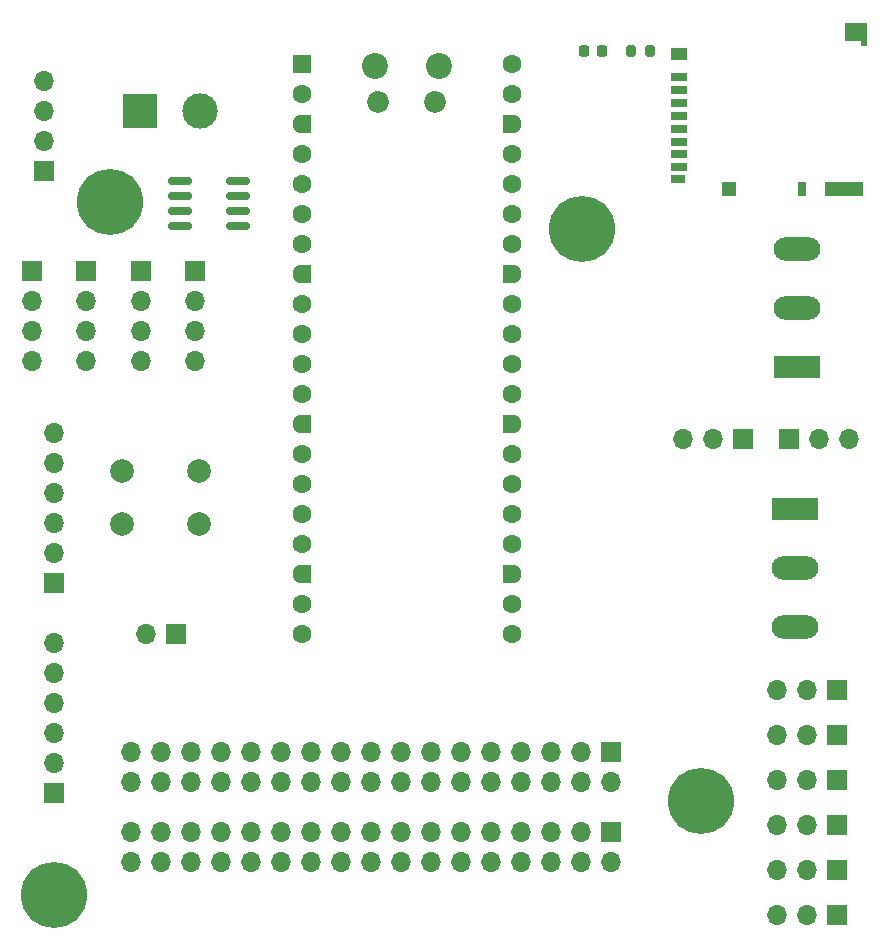
<source format=gbr>
%TF.GenerationSoftware,KiCad,Pcbnew,7.0.2*%
%TF.CreationDate,2023-05-18T15:41:40-05:00*%
%TF.ProjectId,FRC_5690_Common_PCB,4652435f-3536-4393-905f-436f6d6d6f6e,rev?*%
%TF.SameCoordinates,Original*%
%TF.FileFunction,Soldermask,Bot*%
%TF.FilePolarity,Negative*%
%FSLAX46Y46*%
G04 Gerber Fmt 4.6, Leading zero omitted, Abs format (unit mm)*
G04 Created by KiCad (PCBNEW 7.0.2) date 2023-05-18 15:41:40*
%MOMM*%
%LPD*%
G01*
G04 APERTURE LIST*
G04 Aperture macros list*
%AMRoundRect*
0 Rectangle with rounded corners*
0 $1 Rounding radius*
0 $2 $3 $4 $5 $6 $7 $8 $9 X,Y pos of 4 corners*
0 Add a 4 corners polygon primitive as box body*
4,1,4,$2,$3,$4,$5,$6,$7,$8,$9,$2,$3,0*
0 Add four circle primitives for the rounded corners*
1,1,$1+$1,$2,$3*
1,1,$1+$1,$4,$5*
1,1,$1+$1,$6,$7*
1,1,$1+$1,$8,$9*
0 Add four rect primitives between the rounded corners*
20,1,$1+$1,$2,$3,$4,$5,0*
20,1,$1+$1,$4,$5,$6,$7,0*
20,1,$1+$1,$6,$7,$8,$9,0*
20,1,$1+$1,$8,$9,$2,$3,0*%
%AMRotRect*
0 Rectangle, with rotation*
0 The origin of the aperture is its center*
0 $1 length*
0 $2 width*
0 $3 Rotation angle, in degrees counterclockwise*
0 Add horizontal line*
21,1,$1,$2,0,0,$3*%
%AMFreePoly0*
4,1,28,0.605014,0.794986,0.644504,0.794986,0.724698,0.756366,0.780194,0.686777,0.800000,0.600000,0.800000,-0.600000,0.780194,-0.686777,0.724698,-0.756366,0.644504,-0.794986,0.605014,-0.794986,0.600000,-0.800000,0.000000,-0.800000,-0.178017,-0.779942,-0.347107,-0.720775,-0.498792,-0.625465,-0.625465,-0.498792,-0.720775,-0.347107,-0.779942,-0.178017,-0.800000,0.000000,-0.779942,0.178017,
-0.720775,0.347107,-0.625465,0.498792,-0.498792,0.625465,-0.347107,0.720775,-0.178017,0.779942,0.000000,0.800000,0.600000,0.800000,0.605014,0.794986,0.605014,0.794986,$1*%
%AMFreePoly1*
4,1,28,0.178017,0.779942,0.347107,0.720775,0.498792,0.625465,0.625465,0.498792,0.720775,0.347107,0.779942,0.178017,0.800000,0.000000,0.779942,-0.178017,0.720775,-0.347107,0.625465,-0.498792,0.498792,-0.625465,0.347107,-0.720775,0.178017,-0.779942,0.000000,-0.800000,-0.600000,-0.800000,-0.605014,-0.794986,-0.644504,-0.794986,-0.724698,-0.756366,-0.780194,-0.686777,-0.800000,-0.600000,
-0.800000,0.600000,-0.780194,0.686777,-0.724698,0.756366,-0.644504,0.794986,-0.605014,0.794986,-0.600000,0.800000,0.000000,0.800000,0.178017,0.779942,0.178017,0.779942,$1*%
G04 Aperture macros list end*
%ADD10R,1.700000X1.700000*%
%ADD11O,1.700000X1.700000*%
%ADD12R,3.960000X1.980000*%
%ADD13O,3.960000X1.980000*%
%ADD14C,5.600000*%
%ADD15R,3.000000X3.000000*%
%ADD16C,3.000000*%
%ADD17C,2.200000*%
%ADD18C,1.850000*%
%ADD19RoundRect,0.200000X-0.600000X-0.600000X0.600000X-0.600000X0.600000X0.600000X-0.600000X0.600000X0*%
%ADD20C,1.600000*%
%ADD21FreePoly0,0.000000*%
%ADD22FreePoly1,0.000000*%
%ADD23C,2.000000*%
%ADD24RoundRect,0.200000X-0.200000X-0.275000X0.200000X-0.275000X0.200000X0.275000X-0.200000X0.275000X0*%
%ADD25R,1.400000X0.700000*%
%ADD26R,1.200000X0.700000*%
%ADD27R,0.800000X1.200000*%
%ADD28R,1.900000X1.500000*%
%ADD29RotRect,0.200000X0.200000X225.000000*%
%ADD30R,0.500000X0.500000*%
%ADD31R,1.400000X1.000000*%
%ADD32R,3.200000X1.200000*%
%ADD33R,1.200000X1.200000*%
%ADD34RoundRect,0.225000X0.225000X0.250000X-0.225000X0.250000X-0.225000X-0.250000X0.225000X-0.250000X0*%
%ADD35RoundRect,0.150000X0.825000X0.150000X-0.825000X0.150000X-0.825000X-0.150000X0.825000X-0.150000X0*%
G04 APERTURE END LIST*
D10*
%TO.C,J16*%
X166497000Y-95631000D03*
D11*
X169037000Y-95631000D03*
X171577000Y-95631000D03*
%TD*%
D10*
%TO.C,J4*%
X111633000Y-81417000D03*
D11*
X111633000Y-83957000D03*
X111633000Y-86497000D03*
X111633000Y-89037000D03*
%TD*%
D10*
%TO.C,J9*%
X104267000Y-107823000D03*
D11*
X104267000Y-105283000D03*
X104267000Y-102743000D03*
X104267000Y-100203000D03*
X104267000Y-97663000D03*
X104267000Y-95123000D03*
%TD*%
D12*
%TO.C,J11*%
X166995000Y-101512000D03*
D13*
X166995000Y-106512000D03*
X166995000Y-111512000D03*
%TD*%
D14*
%TO.C,H2*%
X108966000Y-75565000D03*
%TD*%
D10*
%TO.C,J21*%
X170561000Y-132080000D03*
D11*
X168021000Y-132080000D03*
X165481000Y-132080000D03*
%TD*%
D10*
%TO.C,J18*%
X170546000Y-120650000D03*
D11*
X168006000Y-120650000D03*
X165466000Y-120650000D03*
%TD*%
D14*
%TO.C,H3*%
X159004000Y-126238000D03*
%TD*%
D10*
%TO.C,J19*%
X170546000Y-124460000D03*
D11*
X168006000Y-124460000D03*
X165466000Y-124460000D03*
%TD*%
D10*
%TO.C,J15*%
X114554000Y-112141000D03*
D11*
X112014000Y-112141000D03*
%TD*%
D10*
%TO.C,J20*%
X170546000Y-128270000D03*
D11*
X168006000Y-128270000D03*
X165466000Y-128270000D03*
%TD*%
D15*
%TO.C,J1*%
X111506000Y-67818000D03*
D16*
X116586000Y-67818000D03*
%TD*%
D17*
%TO.C,U1*%
X131387000Y-64011000D03*
D18*
X131687000Y-67041000D03*
X136537000Y-67041000D03*
D17*
X136837000Y-64011000D03*
D19*
X125222000Y-63881000D03*
D20*
X125222000Y-66421000D03*
D21*
X125222000Y-68961000D03*
D20*
X125222000Y-71501000D03*
X125222000Y-74041000D03*
X125222000Y-76581000D03*
X125222000Y-79121000D03*
D21*
X125222000Y-81661000D03*
D20*
X125222000Y-84201000D03*
X125222000Y-86741000D03*
X125222000Y-89281000D03*
X125222000Y-91821000D03*
D21*
X125222000Y-94361000D03*
D20*
X125222000Y-96901000D03*
X125222000Y-99441000D03*
X125222000Y-101981000D03*
X125222000Y-104521000D03*
D21*
X125222000Y-107061000D03*
D20*
X125222000Y-109601000D03*
X125222000Y-112141000D03*
X143002000Y-112141000D03*
X143002000Y-109601000D03*
D22*
X143002000Y-107061000D03*
D20*
X143002000Y-104521000D03*
X143002000Y-101981000D03*
X143002000Y-99441000D03*
X143002000Y-96901000D03*
D22*
X143002000Y-94361000D03*
D20*
X143002000Y-91821000D03*
X143002000Y-89281000D03*
X143002000Y-86741000D03*
X143002000Y-84201000D03*
D22*
X143002000Y-81661000D03*
D20*
X143002000Y-79121000D03*
X143002000Y-76581000D03*
X143002000Y-74041000D03*
X143002000Y-71501000D03*
D22*
X143002000Y-68961000D03*
D20*
X143002000Y-66421000D03*
X143002000Y-63881000D03*
%TD*%
D10*
%TO.C,J13*%
X162560000Y-95631000D03*
D11*
X160020000Y-95631000D03*
X157480000Y-95631000D03*
%TD*%
D14*
%TO.C,H1*%
X148971000Y-77851000D03*
%TD*%
D10*
%TO.C,J2*%
X102362000Y-81417000D03*
D11*
X102362000Y-83957000D03*
X102362000Y-86497000D03*
X102362000Y-89037000D03*
%TD*%
D10*
%TO.C,J10*%
X103378000Y-72888000D03*
D11*
X103378000Y-70348000D03*
X103378000Y-67808000D03*
X103378000Y-65268000D03*
%TD*%
D23*
%TO.C,SW2*%
X110034000Y-98334000D03*
X116534000Y-98334000D03*
X110034000Y-102834000D03*
X116534000Y-102834000D03*
%TD*%
D10*
%TO.C,J6*%
X151388999Y-128866863D03*
D11*
X151388999Y-131406863D03*
X148848999Y-128866863D03*
X148848999Y-131406863D03*
X146308999Y-128866863D03*
X146308999Y-131406863D03*
X143768999Y-128866863D03*
X143768999Y-131406863D03*
X141228999Y-128866863D03*
X141228999Y-131406863D03*
X138688999Y-128866863D03*
X138688999Y-131406863D03*
X136148999Y-128866863D03*
X136148999Y-131406863D03*
X133608999Y-128866863D03*
X133608999Y-131406863D03*
X131068999Y-128866863D03*
X131068999Y-131406863D03*
X128528999Y-128866863D03*
X128528999Y-131406863D03*
X125988999Y-128866863D03*
X125988999Y-131406863D03*
X123448999Y-128866863D03*
X123448999Y-131406863D03*
X120908999Y-128866863D03*
X120908999Y-131406863D03*
X118368999Y-128866863D03*
X118368999Y-131406863D03*
X115828999Y-128866863D03*
X115828999Y-131406863D03*
X113288999Y-128866863D03*
X113288999Y-131406863D03*
X110748999Y-128866863D03*
X110748999Y-131406863D03*
%TD*%
D14*
%TO.C,H4*%
X104267000Y-134239000D03*
%TD*%
D12*
%TO.C,J12*%
X167132000Y-89535000D03*
D13*
X167132000Y-84535000D03*
X167132000Y-79535000D03*
%TD*%
D10*
%TO.C,J7*%
X116205000Y-81407000D03*
D11*
X116205000Y-83947000D03*
X116205000Y-86487000D03*
X116205000Y-89027000D03*
%TD*%
D10*
%TO.C,J17*%
X170546000Y-116840000D03*
D11*
X168006000Y-116840000D03*
X165466000Y-116840000D03*
%TD*%
D10*
%TO.C,J22*%
X170546000Y-135890000D03*
D11*
X168006000Y-135890000D03*
X165466000Y-135890000D03*
%TD*%
D10*
%TO.C,J8*%
X104267000Y-125603000D03*
D11*
X104267000Y-123063000D03*
X104267000Y-120523000D03*
X104267000Y-117983000D03*
X104267000Y-115443000D03*
X104267000Y-112903000D03*
%TD*%
D10*
%TO.C,J3*%
X106934000Y-81417000D03*
D11*
X106934000Y-83957000D03*
X106934000Y-86497000D03*
X106934000Y-89037000D03*
%TD*%
D24*
%TO.C,R5*%
X153099000Y-62738000D03*
X154749000Y-62738000D03*
%TD*%
D25*
%TO.C,J14*%
X157169000Y-64919000D03*
X157169000Y-66019000D03*
X157169000Y-67119000D03*
X157169000Y-68219000D03*
X157169000Y-69319000D03*
X157169000Y-70419000D03*
X157169000Y-71519000D03*
X157169000Y-72619000D03*
D26*
X157069000Y-73569000D03*
D27*
X167569000Y-74419000D03*
D28*
X172169000Y-61119000D03*
D29*
X172619000Y-61869000D03*
D30*
X172869000Y-62119000D03*
D31*
X157169000Y-63019000D03*
D32*
X171169000Y-74419000D03*
D33*
X161369000Y-74419000D03*
%TD*%
D34*
%TO.C,C3*%
X150635000Y-62738000D03*
X149085000Y-62738000D03*
%TD*%
D10*
%TO.C,J5*%
X151384000Y-122140862D03*
D11*
X151384000Y-124680862D03*
X148844000Y-122140862D03*
X148844000Y-124680862D03*
X146304000Y-122140862D03*
X146304000Y-124680862D03*
X143764000Y-122140862D03*
X143764000Y-124680862D03*
X141224000Y-122140862D03*
X141224000Y-124680862D03*
X138684000Y-122140862D03*
X138684000Y-124680862D03*
X136144000Y-122140862D03*
X136144000Y-124680862D03*
X133604000Y-122140862D03*
X133604000Y-124680862D03*
X131064000Y-122140862D03*
X131064000Y-124680862D03*
X128524000Y-122140862D03*
X128524000Y-124680862D03*
X125984000Y-122140862D03*
X125984000Y-124680862D03*
X123444000Y-122140862D03*
X123444000Y-124680862D03*
X120904000Y-122140862D03*
X120904000Y-124680862D03*
X118364000Y-122140862D03*
X118364000Y-124680862D03*
X115824000Y-122140862D03*
X115824000Y-124680862D03*
X113284000Y-122140862D03*
X113284000Y-124680862D03*
X110744000Y-122140862D03*
X110744000Y-124680862D03*
%TD*%
D35*
%TO.C,U3*%
X119823000Y-73787000D03*
X119823000Y-75057000D03*
X119823000Y-76327000D03*
X119823000Y-77597000D03*
X114873000Y-77597000D03*
X114873000Y-76327000D03*
X114873000Y-75057000D03*
X114873000Y-73787000D03*
%TD*%
M02*

</source>
